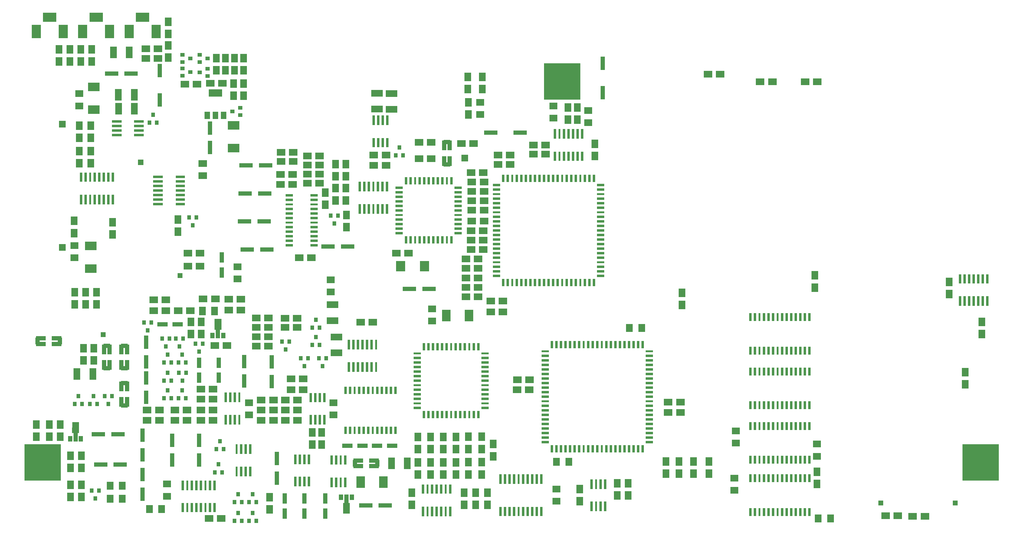
<source format=gbr>
%FSLAX34Y34*%
%MOMM*%
%LNSMDMASK_TOP*%
G71*
G01*
%ADD10R,0.634X2.667*%
%ADD11R,3.177X1.906*%
%ADD12R,3.177X1.904*%
%ADD13R,0.636X2.667*%
%ADD14R,0.636X2.668*%
%ADD15R,1.905X2.413*%
%ADD16R,1.906X2.413*%
%ADD17R,2.414X1.906*%
%ADD18R,2.414X1.906*%
%ADD19R,2.414X1.906*%
%ADD20R,1.905X2.414*%
%ADD21R,1.906X3.177*%
%ADD22R,1.906X2.415*%
%ADD23R,1.906X2.413*%
%ADD24R,1.906X2.413*%
%ADD25R,1.271X1.016*%
%ADD26R,1.269X1.017*%
%ADD27R,1.271X3.810*%
%ADD28R,1.269X1.017*%
%ADD29R,1.906X2.413*%
%ADD30R,1.906X2.413*%
%ADD31R,2.921X1.271*%
%ADD32R,2.922X1.271*%
%ADD33R,1.270X3.684*%
%ADD34R,1.271X3.684*%
%ADD35R,1.271X3.683*%
%ADD36R,1.270X3.683*%
%ADD37R,2.415X1.904*%
%ADD38R,2.413X1.904*%
%ADD39R,1.271X2.795*%
%ADD40R,1.271X2.795*%
%ADD41R,1.906X1.271*%
%ADD42R,1.271X2.794*%
%ADD43R,1.271X2.794*%
%ADD44R,1.017X1.269*%
%ADD45R,1.016X1.269*%
%ADD46R,1.016X1.271*%
%ADD47R,1.270X3.684*%
%ADD48R,1.269X3.683*%
%ADD49R,1.271X2.922*%
%ADD50R,0.635X2.668*%
%ADD51R,0.635X2.668*%
%ADD52R,0.634X2.668*%
%ADD53R,1.906X2.286*%
%ADD54R,1.905X2.286*%
%ADD55R,2.286X1.904*%
%ADD56R,2.286X1.905*%
%ADD57R,1.017X1.270*%
%ADD58R,1.905X2.415*%
%ADD59R,3.176X2.388*%
%ADD60R,1.905X2.413*%
%ADD61R,1.269X2.922*%
%ADD62R,2.795X1.271*%
%ADD63R,2.795X1.270*%
%ADD64R,2.388X3.175*%
%ADD65R,1.271X1.524*%
%ADD66R,1.271X1.524*%
%ADD67R,1.270X1.524*%
%ADD68R,1.269X1.524*%
%ADD69R,1.271X1.524*%
%ADD70R,1.271X1.524*%
%ADD71R,1.271X1.906*%
%ADD72R,0.634X2.668*%
%ADD73R,0.635X2.666*%
%ADD74R,0.634X2.666*%
%ADD75R,0.636X2.666*%
%ADD76R,3.683X1.270*%
%ADD77R,2.414X1.904*%
%ADD78R,2.415X1.905*%
%ADD79R,3.684X1.270*%
%ADD80R,2.413X1.905*%
%ADD81R,1.271X1.016*%
%ADD82R,3.684X1.271*%
%ADD83R,1.906X2.413*%
%ADD84R,1.906X2.413*%
%ADD85R,2.286X1.906*%
%ADD86R,3.683X1.271*%
%ADD87R,2.541X3.812*%
%ADD88R,0.634X2.668*%
%ADD89R,2.413X1.906*%
%ADD90R,1.906X2.414*%
%ADD91R,1.906X2.414*%
%ADD92R,1.904X2.413*%
%ADD93R,3.684X1.270*%
%ADD94R,1.906X2.414*%
%ADD95R,1.906X2.413*%
%ADD96R,2.388X3.175*%
%ADD97R,0.635X2.666*%
%ADD98R,1.016X1.271*%
%ADD99R,1.905X1.271*%
%ADD100R,2.540X3.812*%
%ADD101R,1.906X1.270*%
%ADD102R,1.271X3.684*%
%ADD103R,1.016X1.270*%
%ADD104R,1.016X1.269*%
%ADD105R,1.017X1.269*%
%ADD106R,1.015X1.270*%
%ADD107R,1.017X1.271*%
%ADD108R,2.413X1.906*%
%ADD109R,1.015X1.271*%
%ADD110R,1.269X2.921*%
%ADD111R,1.016X1.270*%
%ADD112R,2.415X1.906*%
%ADD113R,1.269X2.921*%
%ADD114R,1.017X1.271*%
%ADD115R,1.015X1.271*%
%ADD116R,1.016X1.270*%
%ADD117R,1.016X1.269*%
%ADD118R,1.017X1.270*%
%ADD119R,2.413X1.906*%
%ADD120R,0.635X2.668*%
%ADD121R,0.635X2.668*%
%ADD122R,0.636X2.668*%
%ADD123R,2.415X1.906*%
%ADD124R,1.271X3.683*%
%ADD125R,1.906X1.269*%
%ADD126R,1.017X1.271*%
%ADD127R,1.016X1.271*%
%ADD128R,1.269X1.524*%
%ADD129R,1.015X1.269*%
%ADD130R,1.269X2.922*%
%ADD131R,1.269X2.922*%
%ADD132R,1.271X2.921*%
%ADD133R,1.271X2.922*%
%ADD134R,3.175X2.388*%
%ADD135R,0.634X2.666*%
%ADD136R,2.666X0.636*%
%ADD137R,2.668X0.636*%
%ADD138R,2.413X1.906*%
%ADD139R,2.414X1.906*%
%ADD140R,2.414X1.905*%
%ADD141R,2.668X0.635*%
%ADD142R,2.666X0.635*%
%ADD143R,2.033X0.635*%
%ADD144R,2.033X0.636*%
%ADD145R,2.413X1.905*%
%ADD146R,2.414X1.905*%
%ADD147R,1.904X2.415*%
%ADD148R,1.905X1.271*%
%ADD149R,1.271X2.795*%
%ADD150R,1.905X1.270*%
%ADD151R,3.684X1.271*%
%ADD152R,0.636X2.668*%
%ADD153R,0.635X2.668*%
%ADD154R,0.634X2.668*%
%ADD155R,0.635X2.668*%
%ADD156R,0.635X2.032*%
%ADD157R,2.413X1.905*%
%ADD158R,2.413X1.906*%
%ADD159R,0.635X2.033*%
%ADD160R,0.635X2.033*%
%ADD161R,2.413X1.906*%
%ADD162R,2.033X0.636*%
%ADD163R,2.033X0.635*%
%ADD164R,2.286X1.905*%
%ADD165R,2.286X1.905*%
%ADD166R,2.033X0.635*%
%ADD167R,0.636X2.033*%
%ADD168R,2.033X0.634*%
%ADD169R,2.033X0.634*%
%ADD170R,2.416X1.906*%
%ADD171R,0.636X2.286*%
%ADD172R,0.635X2.286*%
%ADD173R,0.636X2.286*%
%ADD174R,0.635X2.286*%
%ADD175R,0.636X2.288*%
%ADD176R,0.635X2.287*%
%ADD177R,0.635X2.287*%
%ADD178R,0.634X2.287*%
%ADD179R,0.636X2.287*%
%ADD180R,0.635X2.288*%
%ADD181R,0.634X2.288*%
%ADD182R,0.635X2.288*%
%ADD183R,0.635X2.286*%
%ADD184R,0.634X2.286*%
%ADD185R,0.634X2.286*%
%ADD186R,0.635X2.033*%
%ADD187R,0.635X2.033*%
%ADD188R,0.636X2.033*%
%ADD189R,0.635X2.031*%
%ADD190R,0.634X2.031*%
%ADD191R,0.636X2.031*%
%ADD192R,1.906X2.413*%
%ADD193R,2.414X1.905*%
%ADD194R,0.634X2.033*%
%ADD195R,0.634X2.033*%
%ADD196R,2.033X0.635*%
%ADD197R,0.634X2.033*%
%ADD198R,0.635X2.031*%
%ADD199R,2.031X0.635*%
%ADD200R,2.031X0.634*%
%ADD201R,2.031X0.636*%
%ADD202R,2.031X0.635*%
%ADD203R,1.904X2.286*%
%ADD204R,1.905X2.415*%
%ADD205R,1.905X2.413*%
%ADD206R,1.905X2.414*%
%ADD207R,0.635X2.032*%
%ADD208R,2.031X0.635*%
%ADD209R,2.031X0.634*%
%ADD210R,2.415X1.905*%
%ADD211R,0.636X2.032*%
%ADD212R,0.634X2.032*%
%ADD213R,1.017X1.271*%
%ADD214R,2.414X1.906*%
%ADD215R,2.413X1.906*%
%ADD216R,2.286X1.906*%
%ADD217R,0.635X2.667*%
%ADD218R,1.017X1.271*%
%ADD219R,1.016X1.270*%
%ADD220R,1.017X1.270*%
%ADD221R,1.271X2.922*%
%ADD222R,2.413X1.906*%
%ADD223R,1.271X1.526*%
%ADD224R,1.269X1.526*%
%ADD225R,2.414X1.905*%
%ADD226R,1.372X1.371*%
%ADD227R,1.016X1.271*%
%ADD228R,0.634X2.031*%
%ADD229R,2.031X0.636*%
%ADD230R,2.414X1.904*%
%ADD231R,1.017X1.271*%
%ADD232R,2.413X1.905*%
%ADD233R,1.270X3.810*%
%ADD234R,1.270X3.811*%
%ADD235R,1.906X2.286*%
%ADD236R,0.638X2.666*%
%ADD237R,0.638X2.668*%
%ADD238R,0.635X2.286*%
%ADD239R,1.905X2.413*%
%ADD240R,1.906X2.414*%
%ADD241R,2.031X0.635*%
%ADD242R,2.286X1.906*%
%ADD243R,0.635X2.667*%
%ADD244R,1.904X2.414*%
%ADD245R,2.286X1.906*%
%ADD246R,10.162X10.162*%
%ADD247R,10.163X10.162*%
%ADD248R,2.795X1.270*%
%ADD249R,0.635X2.667*%
%ADD250R,3.176X1.906*%
%ADD251R,1.904X1.906*%
%ADD252R,1.905X2.414*%
%ADD253R,2.033X0.634*%
%ADD254R,2.668X0.635*%
%ADD255R,2.666X0.635*%
%ADD256R,1.525X1.524*%
%ADD257R,3.175X2.388*%
%ADD258R,1.269X1.016*%
%ADD259R,2.286X1.906*%
%ADD260R,3.810X2.540*%
%ADD261R,10.160X10.162*%
%ADD262R,2.413X1.904*%
%ADD263R,3.811X1.271*%
%ADD264R,1.904X2.413*%
%ADD265R,2.668X0.636*%
%ADD266R,2.668X0.635*%
%ADD267R,3.175X2.387*%
%ADD268R,1.905X3.175*%
%ADD269R,3.683X1.271*%
%ADD270R,3.810X2.033*%
%ADD271R,2.413X1.906*%
%ADD272R,1.905X2.413*%
%ADD273R,2.415X1.906*%
%ADD274R,1.906X2.413*%
%ADD275R,1.271X3.684*%
%ADD276R,2.591X2.922*%
%ADD277R,2.592X2.922*%
%ADD278R,3.176X1.906*%
%ADD279R,2.286X1.904*%
%ADD280R,3.175X1.904*%
%ADD281R,3.177X1.906*%
%ADD282R,3.175X1.906*%
%ADD283R,1.271X3.811*%
%ADD284R,0.635X2.668*%
%ADD285R,0.634X2.668*%
%ADD286R,1.904X2.287*%
%ADD287R,1.372X1.373*%
%ADD288R,1.371X1.373*%
%ADD289R,1.906X2.287*%
%ADD290R,3.684X1.270*%
%ADD291R,3.684X1.270*%
%ADD292R,1.906X2.286*%
%ADD293R,0.636X2.667*%
%ADD294R,0.635X2.667*%
%ADD295R,2.414X1.906*%
%ADD296R,1.017X1.270*%
%ADD297R,2.387X3.177*%
%ADD298R,2.388X3.177*%
%ADD299R,1.905X2.413*%
%ADD300R,1.905X2.413*%
%ADD301R,2.413X1.904*%
%ADD302R,3.684X1.271*%
%ADD303R,3.810X1.271*%
%ADD304R,0.635X2.032*%
%ADD305R,1.905X1.904*%
%ADD306R,3.812X2.540*%
%ADD307R,2.542X3.812*%
%ADD308R,1.524X2.033*%
%ADD309R,1.524X2.033*%
%ADD310R,1.271X1.017*%
%ADD311R,2.032X0.635*%
%ADD312R,2.032X0.636*%
%ADD313R,2.032X0.635*%
%ADD314R,2.032X0.634*%
%ADD315R,2.286X1.906*%
%ADD316R,0.634X2.032*%
%ADD317R,0.635X2.032*%
%ADD318R,0.634X2.032*%
%ADD319R,0.634X2.033*%
%ADD320R,0.636X2.032*%
%ADD321R,0.634X2.032*%
%ADD322R,1.905X2.286*%
%ADD323R,1.905X2.286*%
%ADD324R,1.271X1.015*%
%ADD325R,1.271X1.017*%
%ADD326R,1.271X1.017*%
%ADD327R,2.793X1.270*%
%ADD328R,2.793X1.271*%
%ADD329R,1.906X3.175*%
%ADD330R,1.905X3.175*%
%ADD331R,2.287X1.904*%
%ADD332R,2.287X1.906*%
%ADD333R,2.414X1.906*%
%ADD334R,1.906X2.414*%
%ADD335R,2.667X0.635*%
%ADD336R,2.667X0.636*%
%ADD337R,1.905X3.177*%
%ADD338R,1.904X3.177*%
%ADD339R,1.906X3.175*%
%ADD340R,0.636X2.668*%
%ADD341R,0.634X2.667*%
%ADD342R,1.269X1.524*%
%ADD343R,1.271X1.525*%
%ADD344R,1.269X1.525*%
%ADD345R,1.271X1.526*%
%ADD346R,1.371X1.373*%
%LPD*%
X702240Y-1174750D02*
G54D10*
D03*
X973471Y-1049941D02*
G54D11*
D03*
X973471Y-1005740D02*
G54D12*
D03*
X1033763Y-1027408D02*
G54D13*
D03*
X1033763Y-1089650D02*
G54D14*
D03*
X241672Y-914494D02*
G54D15*
D03*
X272155Y-914494D02*
G54D15*
D03*
X302643Y-914494D02*
G54D16*
D03*
X620440Y-296417D02*
G54D17*
D03*
X1238767Y-461546D02*
G54D18*
D03*
X1238767Y-507267D02*
G54D19*
D03*
X1201421Y-1356512D02*
G54D15*
D03*
X1201421Y-1319422D02*
G54D20*
D03*
X1201421Y-1285380D02*
G54D15*
D03*
X1201421Y-1390548D02*
G54D15*
D03*
X291922Y-1109005D02*
G54D21*
D03*
X247715Y-1109005D02*
G54D21*
D03*
X266057Y-1036932D02*
G54D16*
D03*
X266057Y-1070976D02*
G54D22*
D03*
X662864Y-226054D02*
G54D23*
D03*
X662864Y-260091D02*
G54D24*
D03*
X590841Y-266319D02*
G54D25*
D03*
X564679Y-265528D02*
G54D26*
D03*
X479453Y-261110D02*
G54D27*
D03*
X564679Y-227425D02*
G54D28*
D03*
X502817Y-124437D02*
G54D29*
D03*
X502817Y-158473D02*
G54D29*
D03*
X502817Y-190486D02*
G54D30*
D03*
X502817Y-224523D02*
G54D29*
D03*
X1004293Y-1310024D02*
G54D31*
D03*
X1046459Y-1310024D02*
G54D31*
D03*
X1087607Y-1310024D02*
G54D31*
D03*
X1129777Y-1310024D02*
G54D32*
D03*
X715195Y-1074276D02*
G54D33*
D03*
X792419Y-1075298D02*
G54D34*
D03*
X792419Y-1130169D02*
G54D35*
D03*
X715195Y-1129151D02*
G54D36*
D03*
X880571Y-1123052D02*
G54D37*
D03*
X846527Y-1123052D02*
G54D38*
D03*
X372119Y-1083807D02*
G54D39*
D03*
X387622Y-1083807D02*
G54D40*
D03*
X379869Y-1093326D02*
G54D41*
D03*
X387622Y-1040370D02*
G54D42*
D03*
X372119Y-1040370D02*
G54D43*
D03*
X589599Y-1046716D02*
G54D44*
D03*
X511581Y-1128006D02*
G54D45*
D03*
X511581Y-1176782D02*
G54D46*
D03*
X806647Y-1345584D02*
G54D47*
D03*
X589192Y-1294776D02*
G54D48*
D03*
X589192Y-1349651D02*
G54D48*
D03*
X883880Y-1457613D02*
G54D49*
D03*
X883880Y-1499795D02*
G54D49*
D03*
X732220Y-1319548D02*
G54D14*
D03*
X719514Y-1319548D02*
G54D50*
D03*
X706808Y-1319548D02*
G54D51*
D03*
X694109Y-1319548D02*
G54D52*
D03*
X450233Y-1486832D02*
G54D53*
D03*
X484276Y-1486832D02*
G54D54*
D03*
X499771Y-1451012D02*
G54D55*
D03*
X499771Y-1416975D02*
G54D56*
D03*
X298984Y-1457240D02*
G54D57*
D03*
X430669Y-1335429D02*
G54D35*
D03*
X286382Y-449095D02*
G54D22*
D03*
X253868Y-449095D02*
G54D58*
D03*
X294513Y-306833D02*
G54D59*
D03*
X932648Y-1306725D02*
G54D60*
D03*
X932648Y-1272680D02*
G54D58*
D03*
X942812Y-1499795D02*
G54D61*
D03*
X942812Y-1457613D02*
G54D61*
D03*
X1034897Y-1351049D02*
G54D62*
D03*
X1034897Y-1366552D02*
G54D63*
D03*
X1041120Y-1411643D02*
G54D64*
D03*
X997967Y-1492298D02*
G54D65*
D03*
X997967Y-1477414D02*
G54D65*
D03*
X1001772Y-1453905D02*
G54D66*
D03*
X1001799Y-1469105D02*
G54D67*
D03*
X1005278Y-1492298D02*
G54D68*
D03*
X1005380Y-1477180D02*
G54D69*
D03*
X1016764Y-1453905D02*
G54D70*
D03*
X1025376Y-1358800D02*
G54D71*
D03*
X960339Y-1412276D02*
G54D14*
D03*
X973047Y-1412276D02*
G54D14*
D03*
X985743Y-1412276D02*
G54D72*
D03*
X998443Y-1412276D02*
G54D51*
D03*
X998443Y-1350037D02*
G54D73*
D03*
X985743Y-1350037D02*
G54D74*
D03*
X973047Y-1350037D02*
G54D75*
D03*
X960339Y-1350037D02*
G54D75*
D03*
X1055603Y-1476671D02*
G54D76*
D03*
X830274Y-1181990D02*
G54D77*
D03*
X672517Y-899754D02*
G54D78*
D03*
X672517Y-930238D02*
G54D37*
D03*
X720534Y-526320D02*
G54D79*
D03*
X549314Y-298958D02*
G54D80*
D03*
X542581Y-275689D02*
G54D25*
D03*
X583350Y-298958D02*
G54D80*
D03*
X612944Y-276475D02*
G54D81*
D03*
X779211Y-761303D02*
G54D82*
D03*
X530254Y-677222D02*
G54D83*
D03*
X530254Y-711260D02*
G54D84*
D03*
X696901Y-843360D02*
G54D85*
D03*
X949922Y-753173D02*
G54D86*
D03*
X263776Y-152130D02*
G54D87*
D03*
X294513Y-370348D02*
G54D59*
D03*
X702240Y-1236989D02*
G54D88*
D03*
X1078218Y-525563D02*
G54D38*
D03*
X1078218Y-497106D02*
G54D80*
D03*
X1357392Y-464591D02*
G54D89*
D03*
X685726Y-297180D02*
G54D90*
D03*
X713672Y-297180D02*
G54D91*
D03*
X1341140Y-278887D02*
G54D92*
D03*
X1381786Y-278887D02*
G54D83*
D03*
X1110479Y-1476671D02*
G54D93*
D03*
X1184657Y-1475403D02*
G54D94*
D03*
X1184657Y-1441359D02*
G54D95*
D03*
X1104634Y-1411643D02*
G54D96*
D03*
X1323356Y-464591D02*
G54D89*
D03*
X1116320Y-462180D02*
G54D73*
D03*
X1103616Y-462180D02*
G54D97*
D03*
X1090909Y-462180D02*
G54D73*
D03*
X1078217Y-462180D02*
G54D73*
D03*
X1149724Y-475898D02*
G54D98*
D03*
X170545Y-1250320D02*
G54D83*
D03*
X133958Y-1250320D02*
G54D83*
D03*
X323348Y-1083807D02*
G54D39*
D03*
X338838Y-1083807D02*
G54D40*
D03*
X331093Y-1093326D02*
G54D99*
D03*
X294513Y-1070976D02*
G54D22*
D03*
X528995Y-970627D02*
G54D31*
D03*
X524563Y-1010384D02*
G54D46*
D03*
X133710Y-152130D02*
G54D100*
D03*
X379869Y-1030835D02*
G54D101*
D03*
X440841Y-1075298D02*
G54D102*
D03*
X501425Y-1055102D02*
G54D103*
D03*
X511581Y-1077197D02*
G54D104*
D03*
X491262Y-1077197D02*
G54D105*
D03*
X532694Y-1105910D02*
G54D106*
D03*
X531909Y-1176782D02*
G54D46*
D03*
X542855Y-1128006D02*
G54D44*
D03*
X542073Y-1154679D02*
G54D107*
D03*
X830274Y-1210440D02*
G54D18*
D03*
X201027Y-1250320D02*
G54D16*
D03*
X594526Y-1179958D02*
G54D108*
D03*
X552234Y-1176782D02*
G54D109*
D03*
X594526Y-1151501D02*
G54D89*
D03*
X589192Y-1119745D02*
G54D110*
D03*
X553019Y-1105910D02*
G54D111*
D03*
X628572Y-1151501D02*
G54D112*
D03*
X644065Y-1119745D02*
G54D113*
D03*
X643679Y-1361976D02*
G54D46*
D03*
X653843Y-1384080D02*
G54D114*
D03*
X633524Y-1384080D02*
G54D115*
D03*
X637591Y-1319045D02*
G54D116*
D03*
X647747Y-1296940D02*
G54D117*
D03*
X657911Y-1319045D02*
G54D118*
D03*
X513999Y-1349651D02*
G54D35*
D03*
X650924Y-1513251D02*
G54D112*
D03*
X430669Y-1280555D02*
G54D35*
D03*
X513999Y-1294776D02*
G54D35*
D03*
X444140Y-1238896D02*
G54D108*
D03*
X478179Y-1238896D02*
G54D108*
D03*
X521367Y-1238896D02*
G54D108*
D03*
X555404Y-1238896D02*
G54D119*
D03*
X689542Y-1236989D02*
G54D120*
D03*
X676836Y-1236989D02*
G54D121*
D03*
X664130Y-1236989D02*
G54D122*
D03*
X594526Y-1238896D02*
G54D108*
D03*
X628572Y-1238896D02*
G54D123*
D03*
X307714Y-1277504D02*
G54D93*
D03*
X362589Y-1277504D02*
G54D93*
D03*
X313821Y-1362859D02*
G54D93*
D03*
X368692Y-1362859D02*
G54D93*
D03*
X372119Y-1187449D02*
G54D39*
D03*
X387622Y-1187449D02*
G54D40*
D03*
X440841Y-1174873D02*
G54D124*
D03*
X372119Y-1144012D02*
G54D43*
D03*
X387622Y-1144012D02*
G54D42*
D03*
X379869Y-1134482D02*
G54D125*
D03*
X440841Y-1120002D02*
G54D102*
D03*
X486811Y-970627D02*
G54D32*
D03*
X485950Y-1010384D02*
G54D109*
D03*
X496113Y-1032487D02*
G54D126*
D03*
X506276Y-1010384D02*
G54D127*
D03*
X633139Y-1029566D02*
G54D80*
D03*
X667183Y-1029566D02*
G54D78*
D03*
X627019Y-1001524D02*
G54D68*
D03*
X642008Y-1001524D02*
G54D67*
D03*
X657000Y-1001524D02*
G54D65*
D03*
X638396Y-978248D02*
G54D69*
D03*
X641978Y-986338D02*
G54D65*
D03*
X645816Y-978029D02*
G54D128*
D03*
X552234Y-1077197D02*
G54D129*
D03*
X531909Y-1077197D02*
G54D104*
D03*
X644065Y-1077577D02*
G54D130*
D03*
X589192Y-1077577D02*
G54D131*
D03*
X542073Y-1055102D02*
G54D57*
D03*
X652700Y-825575D02*
G54D132*
D03*
X557945Y-771468D02*
G54D123*
D03*
X652700Y-783407D02*
G54D133*
D03*
X591990Y-771468D02*
G54D119*
D03*
X347347Y-685353D02*
G54D16*
D03*
X286127Y-750893D02*
G54D134*
D03*
X258946Y-559345D02*
G54D73*
D03*
X271652Y-559345D02*
G54D73*
D03*
X284350Y-559345D02*
G54D135*
D03*
X297049Y-559345D02*
G54D75*
D03*
X309755Y-559345D02*
G54D73*
D03*
X322460Y-559345D02*
G54D73*
D03*
X335153Y-559345D02*
G54D73*
D03*
X347858Y-559345D02*
G54D73*
D03*
X284350Y-621584D02*
G54D52*
D03*
X347858Y-621584D02*
G54D51*
D03*
X335153Y-621584D02*
G54D51*
D03*
X322460Y-621584D02*
G54D51*
D03*
X309755Y-621584D02*
G54D51*
D03*
X297049Y-621584D02*
G54D14*
D03*
X253868Y-486186D02*
G54D15*
D03*
X253868Y-520222D02*
G54D15*
D03*
X536483Y-621591D02*
G54D136*
D03*
X474244Y-621591D02*
G54D137*
D03*
X286382Y-486186D02*
G54D16*
D03*
X286382Y-520222D02*
G54D16*
D03*
X852631Y-514890D02*
G54D138*
D03*
X851358Y-551725D02*
G54D123*
D03*
X892259Y-550456D02*
G54D139*
D03*
X892259Y-525054D02*
G54D140*
D03*
X926301Y-525054D02*
G54D80*
D03*
X926301Y-550456D02*
G54D89*
D03*
X474244Y-608886D02*
G54D141*
D03*
X536483Y-608886D02*
G54D142*
D03*
X817315Y-579672D02*
G54D108*
D03*
X910801Y-622859D02*
G54D143*
D03*
X841705Y-622859D02*
G54D143*
D03*
X1421666Y-695261D02*
G54D144*
D03*
X926301Y-575860D02*
G54D145*
D03*
X892259Y-575860D02*
G54D146*
D03*
X851358Y-579672D02*
G54D123*
D03*
X1112254Y-525563D02*
G54D38*
D03*
X999718Y-556809D02*
G54D92*
D03*
X999718Y-522765D02*
G54D147*
D03*
X1274965Y-513752D02*
G54D40*
D03*
X1290457Y-513752D02*
G54D40*
D03*
X1282711Y-523276D02*
G54D148*
D03*
X1274965Y-470304D02*
G54D149*
D03*
X1290457Y-470304D02*
G54D149*
D03*
X1282711Y-460780D02*
G54D150*
D03*
X772858Y-605075D02*
G54D82*
D03*
X717985Y-605075D02*
G54D151*
D03*
X942812Y-602023D02*
G54D16*
D03*
X841705Y-610154D02*
G54D144*
D03*
X910801Y-610154D02*
G54D144*
D03*
X1038833Y-585384D02*
G54D152*
D03*
X1051539Y-585384D02*
G54D153*
D03*
X1064243Y-585384D02*
G54D152*
D03*
X1076943Y-585384D02*
G54D154*
D03*
X1089641Y-585384D02*
G54D155*
D03*
X1102347Y-585384D02*
G54D153*
D03*
X1115052Y-585384D02*
G54D153*
D03*
X1168397Y-569509D02*
G54D156*
D03*
X1425731Y-497106D02*
G54D157*
D03*
X1384583Y-545882D02*
G54D158*
D03*
X1440214Y-562390D02*
G54D159*
D03*
X1452920Y-562390D02*
G54D160*
D03*
X1425731Y-523531D02*
G54D161*
D03*
X1314469Y-613971D02*
G54D162*
D03*
X1421666Y-619041D02*
G54D143*
D03*
X1314469Y-626661D02*
G54D163*
D03*
X1580954Y-360185D02*
G54D164*
D03*
X1585018Y-438043D02*
G54D51*
D03*
X1585018Y-500282D02*
G54D73*
D03*
X1580954Y-394222D02*
G54D165*
D03*
X1597717Y-500282D02*
G54D135*
D03*
X1610416Y-500282D02*
G54D73*
D03*
X1623121Y-500282D02*
G54D73*
D03*
X1623121Y-438043D02*
G54D51*
D03*
X1610416Y-438043D02*
G54D51*
D03*
X1597717Y-438043D02*
G54D52*
D03*
X1352571Y-598722D02*
G54D38*
D03*
X1314469Y-601264D02*
G54D162*
D03*
X1314469Y-588560D02*
G54D166*
D03*
X1478317Y-562390D02*
G54D167*
D03*
X1491023Y-562390D02*
G54D160*
D03*
X1421666Y-657151D02*
G54D168*
D03*
X1421666Y-669851D02*
G54D144*
D03*
X1314469Y-677471D02*
G54D162*
D03*
X1314469Y-664771D02*
G54D169*
D03*
X1579933Y-562390D02*
G54D160*
D03*
X2586176Y-1507161D02*
G54D170*
D03*
X2620224Y-1507161D02*
G54D108*
D03*
X2296831Y-1400969D02*
G54D171*
D03*
X2284124Y-1400969D02*
G54D171*
D03*
X2271420Y-1400969D02*
G54D172*
D03*
X2296831Y-1494965D02*
G54D173*
D03*
X2284124Y-1494965D02*
G54D173*
D03*
X2271420Y-1494965D02*
G54D174*
D03*
X2258714Y-1348637D02*
G54D175*
D03*
X2258714Y-1254648D02*
G54D173*
D03*
X2258714Y-1494965D02*
G54D173*
D03*
X2258714Y-1400969D02*
G54D171*
D03*
X2182509Y-1196221D02*
G54D176*
D03*
X2169802Y-1196221D02*
G54D177*
D03*
X2157104Y-1196221D02*
G54D178*
D03*
X2144406Y-1196221D02*
G54D179*
D03*
X2131700Y-1196221D02*
G54D177*
D03*
X2131700Y-1348637D02*
G54D180*
D03*
X2144406Y-1348637D02*
G54D175*
D03*
X2157104Y-1348637D02*
G54D181*
D03*
X2169802Y-1348637D02*
G54D180*
D03*
X2182509Y-1348637D02*
G54D182*
D03*
X2233318Y-949797D02*
G54D177*
D03*
X2246021Y-949797D02*
G54D176*
D03*
X2271420Y-1043793D02*
G54D174*
D03*
X2271420Y-1102225D02*
G54D174*
D03*
X2271420Y-1348637D02*
G54D180*
D03*
X2246021Y-1494965D02*
G54D183*
D03*
X2233318Y-1494965D02*
G54D174*
D03*
X2246021Y-1196221D02*
G54D176*
D03*
X2233318Y-1196221D02*
G54D177*
D03*
X2233318Y-1348637D02*
G54D180*
D03*
X2246021Y-1348637D02*
G54D182*
D03*
X2233318Y-1254648D02*
G54D174*
D03*
X2246021Y-1254648D02*
G54D183*
D03*
X2207914Y-1102225D02*
G54D184*
D03*
X2207914Y-1196221D02*
G54D178*
D03*
X2195214Y-1196221D02*
G54D179*
D03*
X2195214Y-1102225D02*
G54D173*
D03*
X2220610Y-1196221D02*
G54D177*
D03*
X2220610Y-1102225D02*
G54D174*
D03*
X2195214Y-1043793D02*
G54D173*
D03*
X2207914Y-1043793D02*
G54D184*
D03*
X2220610Y-1043793D02*
G54D174*
D03*
X2131700Y-1043793D02*
G54D174*
D03*
X2131700Y-949797D02*
G54D177*
D03*
X2131700Y-1102225D02*
G54D174*
D03*
X2220610Y-1494965D02*
G54D174*
D03*
X2207914Y-1494965D02*
G54D184*
D03*
X2195214Y-1494965D02*
G54D173*
D03*
X2220610Y-1400969D02*
G54D172*
D03*
X2207914Y-1400969D02*
G54D185*
D03*
X2195214Y-1400969D02*
G54D171*
D03*
X2271420Y-1254648D02*
G54D174*
D03*
X2284124Y-1254648D02*
G54D173*
D03*
X2296831Y-1254648D02*
G54D173*
D03*
X1830667Y-1318410D02*
G54D186*
D03*
X1817963Y-1318410D02*
G54D187*
D03*
X1805270Y-1318410D02*
G54D188*
D03*
X1643448Y-853523D02*
G54D189*
D03*
X1696792Y-499904D02*
G54D94*
D03*
X1694255Y-562390D02*
G54D167*
D03*
X1656145Y-853523D02*
G54D190*
D03*
X1668845Y-853523D02*
G54D191*
D03*
X1973183Y-1353977D02*
G54D16*
D03*
X1973183Y-1388015D02*
G54D192*
D03*
X1902049Y-1216538D02*
G54D80*
D03*
X1902049Y-1188088D02*
G54D89*
D03*
X1936096Y-1188088D02*
G54D18*
D03*
X1936096Y-1216538D02*
G54D193*
D03*
X1716353Y-1318410D02*
G54D194*
D03*
X1690949Y-1318410D02*
G54D186*
D03*
X1665544Y-1027285D02*
G54D195*
D03*
X1558092Y-1172849D02*
G54D196*
D03*
X1592639Y-562390D02*
G54D159*
D03*
X1605337Y-562390D02*
G54D197*
D03*
X1618037Y-562390D02*
G54D167*
D03*
X1592639Y-853523D02*
G54D198*
D03*
X1605337Y-853523D02*
G54D190*
D03*
X1618037Y-853523D02*
G54D191*
D03*
X1754463Y-1318410D02*
G54D187*
D03*
X1741756Y-1318410D02*
G54D186*
D03*
X1741756Y-1027285D02*
G54D186*
D03*
X1817963Y-1027285D02*
G54D187*
D03*
X2013065Y-271521D02*
G54D80*
D03*
X2047109Y-271521D02*
G54D78*
D03*
X1767153Y-1318410D02*
G54D188*
D03*
X1767153Y-1027285D02*
G54D188*
D03*
X1712797Y-619041D02*
G54D199*
D03*
X1712797Y-606344D02*
G54D200*
D03*
X1712797Y-593644D02*
G54D201*
D03*
X1712797Y-580940D02*
G54D202*
D03*
X1712797Y-657151D02*
G54D200*
D03*
X1712797Y-644454D02*
G54D199*
D03*
X1712797Y-631748D02*
G54D202*
D03*
X1694255Y-853523D02*
G54D191*
D03*
X1690949Y-1027285D02*
G54D186*
D03*
X1716353Y-1027285D02*
G54D194*
D03*
X1589588Y-1354734D02*
G54D203*
D03*
X1589332Y-1318410D02*
G54D188*
D03*
X1635828Y-438043D02*
G54D51*
D03*
X1635828Y-500282D02*
G54D73*
D03*
X1558092Y-1160141D02*
G54D196*
D03*
X1558092Y-1147439D02*
G54D196*
D03*
X1558092Y-1134745D02*
G54D144*
D03*
X1546653Y-1493310D02*
G54D75*
D03*
X1546653Y-1403124D02*
G54D14*
D03*
X1516420Y-853523D02*
G54D189*
D03*
X1529124Y-853523D02*
G54D198*
D03*
X1508550Y-1403124D02*
G54D50*
D03*
X1508550Y-1493310D02*
G54D97*
D03*
X1513884Y-1125084D02*
G54D108*
D03*
X1513374Y-1153541D02*
G54D89*
D03*
X1379753Y-1390048D02*
G54D204*
D03*
X1521257Y-1493310D02*
G54D73*
D03*
X1521257Y-1403124D02*
G54D51*
D03*
X1479846Y-1125084D02*
G54D108*
D03*
X1479338Y-1153541D02*
G54D89*
D03*
X1236987Y-1285380D02*
G54D205*
D03*
X1236987Y-1319422D02*
G54D206*
D03*
X1236987Y-1356512D02*
G54D205*
D03*
X1218185Y-1033128D02*
G54D167*
D03*
X1139004Y-1154726D02*
G54D207*
D03*
X1199644Y-1153281D02*
G54D208*
D03*
X1389156Y-1153281D02*
G54D196*
D03*
X1199644Y-1140579D02*
G54D209*
D03*
X1389156Y-1140579D02*
G54D168*
D03*
X1439457Y-905598D02*
G54D145*
D03*
X1405414Y-905598D02*
G54D210*
D03*
X999283Y-1154726D02*
G54D211*
D03*
X1011989Y-1154726D02*
G54D207*
D03*
X1024687Y-1154726D02*
G54D212*
D03*
X1046453Y-1089650D02*
G54D14*
D03*
X1059159Y-1089650D02*
G54D51*
D03*
X1071866Y-1089650D02*
G54D50*
D03*
X1084563Y-1089650D02*
G54D52*
D03*
X905853Y-1028423D02*
G54D46*
D03*
X926171Y-1028423D02*
G54D213*
D03*
X748984Y-1031598D02*
G54D214*
D03*
X783027Y-1031598D02*
G54D215*
D03*
X864320Y-1210440D02*
G54D89*
D03*
X729422Y-1223395D02*
G54D216*
D03*
X896825Y-1410244D02*
G54D217*
D03*
X786328Y-1487592D02*
G54D205*
D03*
X739199Y-1498139D02*
G54D218*
D03*
X698554Y-1498139D02*
G54D98*
D03*
X543470Y-1482769D02*
G54D75*
D03*
X556170Y-1482769D02*
G54D135*
D03*
X568866Y-1482769D02*
G54D73*
D03*
X581573Y-1482769D02*
G54D73*
D03*
X594277Y-1482769D02*
G54D97*
D03*
X729038Y-1467397D02*
G54D111*
D03*
X708717Y-1467397D02*
G54D57*
D03*
X698554Y-1445301D02*
G54D219*
D03*
X688398Y-1467397D02*
G54D111*
D03*
X739199Y-1445301D02*
G54D220*
D03*
X786328Y-1453556D02*
G54D205*
D03*
X749361Y-1467397D02*
G54D111*
D03*
X729038Y-1520237D02*
G54D104*
D03*
X708717Y-1520237D02*
G54D105*
D03*
X688398Y-1520237D02*
G54D104*
D03*
X749361Y-1520237D02*
G54D104*
D03*
X829005Y-1499795D02*
G54D221*
D03*
X829005Y-1457613D02*
G54D221*
D03*
X806647Y-1400458D02*
G54D47*
D03*
X694109Y-1381794D02*
G54D88*
D03*
X706808Y-1381794D02*
G54D121*
D03*
X719514Y-1381794D02*
G54D120*
D03*
X732220Y-1381794D02*
G54D122*
D03*
X521367Y-1210440D02*
G54D89*
D03*
X797249Y-1210440D02*
G54D89*
D03*
X763213Y-1210440D02*
G54D89*
D03*
X628572Y-1210440D02*
G54D112*
D03*
X594526Y-1210440D02*
G54D89*
D03*
X555404Y-1210440D02*
G54D222*
D03*
X595291Y-963772D02*
G54D15*
D03*
X566840Y-963772D02*
G54D83*
D03*
X638505Y-963137D02*
G54D223*
D03*
X645816Y-963137D02*
G54D224*
D03*
X748984Y-952341D02*
G54D225*
D03*
X783027Y-952341D02*
G54D145*
D03*
X830017Y-953106D02*
G54D108*
D03*
X864058Y-953106D02*
G54D108*
D03*
X536351Y-834471D02*
G54D226*
D03*
X874124Y-1065257D02*
G54D114*
D03*
X894440Y-1065257D02*
G54D227*
D03*
X924924Y-1065257D02*
G54D98*
D03*
X945251Y-1065257D02*
G54D227*
D03*
X880571Y-1153541D02*
G54D112*
D03*
X864320Y-1181990D02*
G54D38*
D03*
X846527Y-1153541D02*
G54D89*
D03*
X901401Y-1175259D02*
G54D75*
D03*
X914108Y-1175259D02*
G54D73*
D03*
X926811Y-1175259D02*
G54D75*
D03*
X939505Y-1175259D02*
G54D73*
D03*
X965163Y-1189356D02*
G54D85*
D03*
X1050092Y-1267017D02*
G54D189*
D03*
X1037387Y-1267017D02*
G54D189*
D03*
X1024687Y-1267017D02*
G54D228*
D03*
X1011989Y-1267017D02*
G54D189*
D03*
X999283Y-1267017D02*
G54D191*
D03*
X1199644Y-1204087D02*
G54D229*
D03*
X1389156Y-1204087D02*
G54D144*
D03*
X1199644Y-1051669D02*
G54D209*
D03*
X1389156Y-1051669D02*
G54D168*
D03*
X1357905Y-1033128D02*
G54D159*
D03*
X1345205Y-1033128D02*
G54D197*
D03*
X1370609Y-1033128D02*
G54D160*
D03*
X1281699Y-1033128D02*
G54D160*
D03*
X1405414Y-936080D02*
G54D37*
D03*
X1439457Y-936080D02*
G54D38*
D03*
X1336310Y-787726D02*
G54D108*
D03*
X1370354Y-787726D02*
G54D123*
D03*
X1336310Y-840561D02*
G54D108*
D03*
X1421666Y-809569D02*
G54D144*
D03*
X1421666Y-796872D02*
G54D168*
D03*
X1421666Y-784173D02*
G54D196*
D03*
X1350538Y-734887D02*
G54D230*
D03*
X1554537Y-853523D02*
G54D191*
D03*
X1567227Y-853523D02*
G54D191*
D03*
X1579933Y-853523D02*
G54D189*
D03*
X1478317Y-853523D02*
G54D191*
D03*
X1491023Y-853523D02*
G54D189*
D03*
X1465619Y-853523D02*
G54D190*
D03*
X1370354Y-840561D02*
G54D123*
D03*
X1112254Y-497106D02*
G54D80*
D03*
X1139562Y-498003D02*
G54D107*
D03*
X1159886Y-498003D02*
G54D231*
D03*
X1204721Y-507267D02*
G54D108*
D03*
X1516420Y-562390D02*
G54D160*
D03*
X1529124Y-562390D02*
G54D159*
D03*
X1524813Y-494570D02*
G54D232*
D03*
X1719150Y-240536D02*
G54D233*
D03*
X1719150Y-322336D02*
G54D234*
D03*
X1696792Y-465859D02*
G54D83*
D03*
X1678504Y-406418D02*
G54D56*
D03*
X1678504Y-372373D02*
G54D85*
D03*
X1827622Y-980790D02*
G54D235*
D03*
X1830667Y-1027285D02*
G54D186*
D03*
X1805270Y-1027285D02*
G54D188*
D03*
X1793577Y-980790D02*
G54D203*
D03*
X1792564Y-1027285D02*
G54D186*
D03*
X2731730Y-843360D02*
G54D97*
D03*
X2744430Y-843360D02*
G54D97*
D03*
X2757130Y-843360D02*
G54D97*
D03*
X2719030Y-843360D02*
G54D97*
D03*
X2719030Y-905599D02*
G54D50*
D03*
X2731730Y-905599D02*
G54D50*
D03*
X2744430Y-905599D02*
G54D50*
D03*
X2757130Y-905599D02*
G54D50*
D03*
X2769843Y-843360D02*
G54D236*
D03*
X2769843Y-905599D02*
G54D237*
D03*
X2131700Y-1254648D02*
G54D174*
D03*
X2182509Y-1494965D02*
G54D183*
D03*
X2182509Y-1400969D02*
G54D238*
D03*
X2169802Y-1400969D02*
G54D172*
D03*
X2169802Y-1494965D02*
G54D174*
D03*
X2157104Y-1494965D02*
G54D184*
D03*
X2157104Y-1400969D02*
G54D185*
D03*
X1779860Y-1318410D02*
G54D188*
D03*
X1779860Y-1027285D02*
G54D188*
D03*
X2193438Y-291847D02*
G54D38*
D03*
X2159391Y-291847D02*
G54D230*
D03*
X1661225Y-500282D02*
G54D75*
D03*
X1656145Y-562390D02*
G54D197*
D03*
X1668845Y-562390D02*
G54D167*
D03*
X1661225Y-438043D02*
G54D14*
D03*
X1678243Y-1318410D02*
G54D188*
D03*
X1379753Y-1284876D02*
G54D206*
D03*
X1379753Y-1318919D02*
G54D239*
D03*
X1379753Y-1356002D02*
G54D205*
D03*
X1272549Y-1390548D02*
G54D83*
D03*
X1343172Y-1390048D02*
G54D22*
D03*
X1412268Y-1339238D02*
G54D22*
D03*
X1412268Y-1305194D02*
G54D16*
D03*
X1343172Y-1356002D02*
G54D16*
D03*
X1343172Y-1318919D02*
G54D192*
D03*
X1343172Y-1284876D02*
G54D240*
D03*
X1253751Y-1431327D02*
G54D73*
D03*
X1266458Y-1431327D02*
G54D97*
D03*
X1279155Y-1431327D02*
G54D135*
D03*
X1291855Y-1431327D02*
G54D75*
D03*
X1389156Y-1064369D02*
G54D144*
D03*
X1389156Y-1077073D02*
G54D196*
D03*
X1389156Y-1089781D02*
G54D196*
D03*
X1389156Y-1102472D02*
G54D143*
D03*
X1389156Y-1115177D02*
G54D144*
D03*
X1389156Y-1127883D02*
G54D196*
D03*
X1199644Y-1165984D02*
G54D241*
D03*
X1389156Y-1165984D02*
G54D143*
D03*
X1270011Y-734631D02*
G54D188*
D03*
X696901Y-809323D02*
G54D242*
D03*
X869395Y-784172D02*
G54D112*
D03*
X1115052Y-647623D02*
G54D243*
D03*
X1149345Y-652075D02*
G54D208*
D03*
X1352571Y-651563D02*
G54D89*
D03*
X1386610Y-651563D02*
G54D89*
D03*
X1314469Y-652075D02*
G54D166*
D03*
X1149345Y-715575D02*
G54D208*
D03*
X1193801Y-734631D02*
G54D194*
D03*
X1181101Y-734631D02*
G54D188*
D03*
X1168397Y-734631D02*
G54D186*
D03*
X1630741Y-562390D02*
G54D160*
D03*
X2544511Y-1505629D02*
G54D17*
D03*
X2312573Y-833705D02*
G54D244*
D03*
X2312573Y-867750D02*
G54D92*
D03*
X1589083Y-1431201D02*
G54D242*
D03*
X1589083Y-1465240D02*
G54D245*
D03*
X1215649Y-1431327D02*
G54D73*
D03*
X1228348Y-1431327D02*
G54D135*
D03*
X1241048Y-1431327D02*
G54D97*
D03*
X1236987Y-1390548D02*
G54D205*
D03*
X170545Y-1284365D02*
G54D240*
D03*
X133958Y-1284365D02*
G54D240*
D03*
X1533949Y-1493310D02*
G54D73*
D03*
X1533949Y-1403124D02*
G54D51*
D03*
X2144406Y-1494965D02*
G54D173*
D03*
X2131700Y-1494965D02*
G54D174*
D03*
X2144406Y-1400969D02*
G54D171*
D03*
X2131700Y-1400969D02*
G54D172*
D03*
X1602037Y-1318410D02*
G54D187*
D03*
X1614743Y-1318410D02*
G54D188*
D03*
X151232Y-1356257D02*
G54D246*
D03*
X259966Y-1371752D02*
G54D16*
D03*
X229477Y-1371752D02*
G54D15*
D03*
X1665544Y-1318410D02*
G54D195*
D03*
X2776193Y-1356257D02*
G54D247*
D03*
X1630741Y-853523D02*
G54D189*
D03*
X1627436Y-1027285D02*
G54D186*
D03*
X1389156Y-1178691D02*
G54D196*
D03*
X1389156Y-1191390D02*
G54D168*
D03*
X146794Y-1025121D02*
G54D248*
D03*
X146794Y-1009626D02*
G54D63*
D03*
X137258Y-1017378D02*
G54D71*
D03*
X1008351Y-1089650D02*
G54D50*
D03*
X1021057Y-1089650D02*
G54D51*
D03*
X1021057Y-1027408D02*
G54D243*
D03*
X1008351Y-1027408D02*
G54D249*
D03*
X190230Y-1025121D02*
G54D248*
D03*
X190230Y-1009626D02*
G54D63*
D03*
X1370354Y-893403D02*
G54D210*
D03*
X1336310Y-893403D02*
G54D145*
D03*
X962959Y-915706D02*
G54D250*
D03*
X1232419Y-871051D02*
G54D93*
D03*
X1370354Y-866985D02*
G54D37*
D03*
X1336310Y-866985D02*
G54D38*
D03*
X957542Y-845901D02*
G54D164*
D03*
X903441Y-784172D02*
G54D89*
D03*
X240398Y-784421D02*
G54D245*
D03*
X239640Y-681288D02*
G54D192*
D03*
X239640Y-715325D02*
G54D16*
D03*
X240398Y-750382D02*
G54D242*
D03*
X206615Y-755715D02*
G54D251*
D03*
X841705Y-749871D02*
G54D144*
D03*
X841705Y-737168D02*
G54D196*
D03*
X841705Y-711769D02*
G54D143*
D03*
X841705Y-724475D02*
G54D196*
D03*
X724337Y-761303D02*
G54D82*
D03*
X272155Y-880448D02*
G54D252*
D03*
X1001750Y-699065D02*
G54D192*
D03*
X581979Y-671504D02*
G54D105*
D03*
X571815Y-693600D02*
G54D46*
D03*
X561659Y-671504D02*
G54D117*
D03*
X536483Y-634284D02*
G54D136*
D03*
X474244Y-634284D02*
G54D137*
D03*
X841705Y-635558D02*
G54D253*
D03*
X910801Y-635558D02*
G54D253*
D03*
X1149345Y-588560D02*
G54D208*
D03*
X1149345Y-601264D02*
G54D229*
D03*
X474244Y-596180D02*
G54D254*
D03*
X474244Y-583474D02*
G54D137*
D03*
X536483Y-583474D02*
G54D136*
D03*
X536483Y-596180D02*
G54D255*
D03*
X474244Y-558077D02*
G54D254*
D03*
X1681550Y-562390D02*
G54D159*
D03*
X599357Y-520734D02*
G54D19*
D03*
X426358Y-517431D02*
G54D256*
D03*
X971268Y-522765D02*
G54D22*
D03*
X971268Y-556809D02*
G54D16*
D03*
X619681Y-476277D02*
G54D34*
D03*
X685732Y-478055D02*
G54D257*
D03*
X1204721Y-461546D02*
G54D89*
D03*
X1558850Y-494570D02*
G54D145*
D03*
X1558850Y-469166D02*
G54D89*
D03*
X407761Y-328607D02*
G54D21*
D03*
X408368Y-367370D02*
G54D21*
D03*
X1116320Y-399941D02*
G54D51*
D03*
X1103616Y-399941D02*
G54D50*
D03*
X1090909Y-399941D02*
G54D51*
D03*
X1078217Y-399941D02*
G54D51*
D03*
X1343172Y-384060D02*
G54D192*
D03*
X1375696Y-384058D02*
G54D242*
D03*
X470945Y-406541D02*
G54D103*
D03*
X450619Y-406541D02*
G54D111*
D03*
X460782Y-384446D02*
G54D105*
D03*
X704398Y-365385D02*
G54D258*
D03*
X253861Y-359674D02*
G54D56*
D03*
X253861Y-325629D02*
G54D259*
D03*
X171303Y-112240D02*
G54D260*
D03*
X1621599Y-398287D02*
G54D147*
D03*
X1621599Y-364241D02*
G54D92*
D03*
X688266Y-260091D02*
G54D205*
D03*
X713672Y-260091D02*
G54D29*
D03*
X1605592Y-291089D02*
G54D261*
D03*
X2319430Y-291847D02*
G54D262*
D03*
X1503727Y-562390D02*
G54D167*
D03*
X1503727Y-853523D02*
G54D191*
D03*
X1487715Y-434102D02*
G54D263*
D03*
X637458Y-260091D02*
G54D92*
D03*
X654483Y-296417D02*
G54D108*
D03*
X637458Y-226054D02*
G54D264*
D03*
X421150Y-440972D02*
G54D265*
D03*
X421150Y-428266D02*
G54D266*
D03*
X421150Y-415562D02*
G54D265*
D03*
X421150Y-402855D02*
G54D266*
D03*
X431434Y-112240D02*
G54D260*
D03*
X261613Y-1193043D02*
G54D107*
D03*
X251450Y-1170939D02*
G54D98*
D03*
X241293Y-1193043D02*
G54D46*
D03*
X345722Y-1170939D02*
G54D227*
D03*
X335565Y-1193043D02*
G54D127*
D03*
X325403Y-1170939D02*
G54D114*
D03*
X304290Y-1193043D02*
G54D107*
D03*
X294128Y-1170939D02*
G54D98*
D03*
X283972Y-1193043D02*
G54D46*
D03*
X271652Y-621584D02*
G54D51*
D03*
X258946Y-621584D02*
G54D51*
D03*
X199752Y-1017378D02*
G54D71*
D03*
X241672Y-880448D02*
G54D252*
D03*
X430669Y-1390303D02*
G54D34*
D03*
X286127Y-814399D02*
G54D267*
D03*
X393588Y-210045D02*
G54D268*
D03*
X393842Y-152130D02*
G54D100*
D03*
X399176Y-269495D02*
G54D269*
D03*
X474114Y-226811D02*
G54D119*
D03*
X474114Y-200395D02*
G54D119*
D03*
X440076Y-200395D02*
G54D108*
D03*
X440076Y-226811D02*
G54D108*
D03*
X634916Y-323342D02*
G54D270*
D03*
X713672Y-331224D02*
G54D29*
D03*
X685726Y-331224D02*
G54D16*
D03*
X841705Y-648258D02*
G54D196*
D03*
X564802Y-932021D02*
G54D271*
D03*
X598847Y-932779D02*
G54D272*
D03*
X600625Y-899500D02*
G54D273*
D03*
X632889Y-932779D02*
G54D274*
D03*
X634668Y-899500D02*
G54D215*
D03*
X688266Y-226054D02*
G54D239*
D03*
X474244Y-570784D02*
G54D137*
D03*
X536483Y-570784D02*
G54D136*
D03*
X818588Y-489486D02*
G54D140*
D03*
X619681Y-421404D02*
G54D275*
D03*
X685732Y-414541D02*
G54D134*
D03*
X910801Y-749871D02*
G54D144*
D03*
X910801Y-737168D02*
G54D196*
D03*
X910801Y-724475D02*
G54D196*
D03*
X910801Y-711769D02*
G54D143*
D03*
X1152901Y-808046D02*
G54D276*
D03*
X1370354Y-814144D02*
G54D112*
D03*
X1336310Y-814144D02*
G54D89*
D03*
X1220472Y-808046D02*
G54D277*
D03*
X1421666Y-822275D02*
G54D196*
D03*
X962959Y-959913D02*
G54D278*
D03*
X916010Y-957551D02*
G54D227*
D03*
X1041632Y-964537D02*
G54D80*
D03*
X1075668Y-964537D02*
G54D80*
D03*
X957542Y-879939D02*
G54D279*
D03*
X1177546Y-871051D02*
G54D79*
D03*
X1350538Y-708462D02*
G54D139*
D03*
X1384583Y-708462D02*
G54D158*
D03*
X1421666Y-707954D02*
G54D143*
D03*
X1086925Y-324314D02*
G54D12*
D03*
X1127929Y-324921D02*
G54D280*
D03*
X1253751Y-1493566D02*
G54D51*
D03*
X1266458Y-1493566D02*
G54D50*
D03*
X1279155Y-1493566D02*
G54D52*
D03*
X1291855Y-1493566D02*
G54D14*
D03*
X1330978Y-1475403D02*
G54D240*
D03*
X1330978Y-1441359D02*
G54D274*
D03*
X1363500Y-1475403D02*
G54D240*
D03*
X1363500Y-1441359D02*
G54D274*
D03*
X1086925Y-368513D02*
G54D281*
D03*
X1127929Y-369120D02*
G54D282*
D03*
X479453Y-342910D02*
G54D283*
D03*
X1343172Y-350021D02*
G54D192*
D03*
X1375696Y-350021D02*
G54D85*
D03*
X1554537Y-562390D02*
G54D167*
D03*
X1567227Y-562390D02*
G54D167*
D03*
X1643448Y-562390D02*
G54D160*
D03*
X1654114Y-1465240D02*
G54D16*
D03*
X1654114Y-1431204D02*
G54D16*
D03*
X1652846Y-1318410D02*
G54D186*
D03*
X1652846Y-1027285D02*
G54D186*
D03*
X1687901Y-1479337D02*
G54D217*
D03*
X1700602Y-1479337D02*
G54D10*
D03*
X1687901Y-1417098D02*
G54D284*
D03*
X1700602Y-1417098D02*
G54D285*
D03*
X1703653Y-1318410D02*
G54D188*
D03*
X1932538Y-1353977D02*
G54D205*
D03*
X1932538Y-1388015D02*
G54D239*
D03*
X2144406Y-1254648D02*
G54D173*
D03*
X2157104Y-1254648D02*
G54D184*
D03*
X2169802Y-1254648D02*
G54D174*
D03*
X2182509Y-1254648D02*
G54D183*
D03*
X2318674Y-1416464D02*
G54D22*
D03*
X2321971Y-1513251D02*
G54D286*
D03*
X2318674Y-1382419D02*
G54D192*
D03*
X2318672Y-1305195D02*
G54D259*
D03*
X2318672Y-1339239D02*
G54D165*
D03*
X2705314Y-1470071D02*
G54D287*
D03*
X229477Y-1453045D02*
G54D15*
D03*
X229477Y-1419009D02*
G54D15*
D03*
X2510468Y-1505629D02*
G54D108*
D03*
X2497005Y-1470071D02*
G54D288*
D03*
X2356016Y-1513251D02*
G54D289*
D03*
X462428Y-901532D02*
G54D80*
D03*
X496472Y-901532D02*
G54D193*
D03*
X716717Y-682556D02*
G54D290*
D03*
X771590Y-682556D02*
G54D291*
D03*
X536483Y-558077D02*
G54D255*
D03*
X599357Y-554777D02*
G54D193*
D03*
X706560Y-899754D02*
G54D80*
D03*
X706560Y-930238D02*
G54D38*
D03*
X253868Y-415051D02*
G54D15*
D03*
X206615Y-410737D02*
G54D251*
D03*
X286382Y-415051D02*
G54D16*
D03*
X2015863Y-1353977D02*
G54D16*
D03*
X2015863Y-1388015D02*
G54D192*
D03*
X1495846Y-1493310D02*
G54D73*
D03*
X1495846Y-1403124D02*
G54D51*
D03*
X1396013Y-1441359D02*
G54D272*
D03*
X1432346Y-1403124D02*
G54D51*
D03*
X1445039Y-1403124D02*
G54D51*
D03*
X1457743Y-1403124D02*
G54D14*
D03*
X1396013Y-1475403D02*
G54D20*
D03*
X1432346Y-1493310D02*
G54D73*
D03*
X1445039Y-1493310D02*
G54D73*
D03*
X1457743Y-1493310D02*
G54D75*
D03*
X430669Y-1445175D02*
G54D35*
D03*
X374535Y-1421804D02*
G54D292*
D03*
X374535Y-1458379D02*
G54D53*
D03*
X259966Y-1337716D02*
G54D16*
D03*
X229477Y-1337716D02*
G54D15*
D03*
X884134Y-1348003D02*
G54D50*
D03*
X871429Y-1348003D02*
G54D14*
D03*
X858724Y-1348003D02*
G54D50*
D03*
X1139004Y-1267017D02*
G54D189*
D03*
X1126297Y-1267017D02*
G54D189*
D03*
X1113606Y-1267017D02*
G54D198*
D03*
X1100901Y-1267017D02*
G54D191*
D03*
X1272549Y-1356512D02*
G54D83*
D03*
X1272549Y-1319422D02*
G54D94*
D03*
X1272549Y-1285380D02*
G54D83*
D03*
X1470449Y-1493310D02*
G54D73*
D03*
X1470449Y-1403124D02*
G54D51*
D03*
X1483145Y-1403124D02*
G54D52*
D03*
X1483145Y-1493310D02*
G54D135*
D03*
X1623631Y-1354734D02*
G54D53*
D03*
X1627436Y-1318410D02*
G54D186*
D03*
X2271420Y-1196221D02*
G54D177*
D03*
X2296831Y-1196221D02*
G54D179*
D03*
X2284124Y-1196221D02*
G54D179*
D03*
X1759795Y-1414940D02*
G54D16*
D03*
X1759795Y-1448981D02*
G54D16*
D03*
X1754463Y-1027285D02*
G54D187*
D03*
X1602037Y-1027285D02*
G54D187*
D03*
X1589332Y-1027285D02*
G54D188*
D03*
X1614743Y-1027285D02*
G54D188*
D03*
X884286Y-1087363D02*
G54D115*
D03*
X935087Y-1087363D02*
G54D114*
D03*
X664130Y-1174750D02*
G54D293*
D03*
X676836Y-1174750D02*
G54D217*
D03*
X689542Y-1174750D02*
G54D294*
D03*
X628572Y-1179958D02*
G54D123*
D03*
X440841Y-1020423D02*
G54D124*
D03*
X435142Y-965680D02*
G54D46*
D03*
X445306Y-987778D02*
G54D44*
D03*
X455469Y-965680D02*
G54D127*
D03*
X462428Y-932021D02*
G54D138*
D03*
X496472Y-932021D02*
G54D295*
D03*
X530765Y-932021D02*
G54D138*
D03*
X557945Y-808046D02*
G54D37*
D03*
X821282Y-1018513D02*
G54D98*
D03*
X841602Y-1018513D02*
G54D114*
D03*
X748984Y-1005182D02*
G54D214*
D03*
X783027Y-1005182D02*
G54D215*
D03*
X748984Y-978764D02*
G54D18*
D03*
X783027Y-978764D02*
G54D89*
D03*
X830017Y-978503D02*
G54D138*
D03*
X916010Y-1006325D02*
G54D116*
D03*
X864058Y-978503D02*
G54D138*
D03*
X905853Y-979654D02*
G54D111*
D03*
X926171Y-979654D02*
G54D296*
D03*
X1241557Y-927191D02*
G54D164*
D03*
X1280933Y-946244D02*
G54D297*
D03*
X1344441Y-946244D02*
G54D298*
D03*
X1541831Y-853523D02*
G54D189*
D03*
X2688550Y-852000D02*
G54D299*
D03*
X2688550Y-886037D02*
G54D300*
D03*
X591990Y-808046D02*
G54D301*
D03*
X302643Y-880448D02*
G54D90*
D03*
X347347Y-719389D02*
G54D16*
D03*
X1004796Y-753173D02*
G54D302*
D03*
X1421666Y-746069D02*
G54D144*
D03*
X1421666Y-758761D02*
G54D144*
D03*
X1384583Y-734887D02*
G54D262*
D03*
X1421666Y-720658D02*
G54D196*
D03*
X1421666Y-733365D02*
G54D196*
D03*
X1459776Y-523531D02*
G54D17*
D03*
X1459776Y-497106D02*
G54D140*
D03*
X1465619Y-562390D02*
G54D197*
D03*
X1678243Y-1027285D02*
G54D188*
D03*
X1681550Y-853523D02*
G54D198*
D03*
X1640139Y-1027285D02*
G54D186*
D03*
X1640139Y-1318410D02*
G54D186*
D03*
X1405915Y-434102D02*
G54D303*
D03*
X1295409Y-569509D02*
G54D304*
D03*
X1386610Y-572306D02*
G54D38*
D03*
X1352571Y-572306D02*
G54D38*
D03*
X1350538Y-545882D02*
G54D139*
D03*
X1333011Y-505235D02*
G54D305*
D03*
X1541831Y-562390D02*
G54D160*
D03*
X288416Y-235707D02*
G54D58*
D03*
X288416Y-201661D02*
G54D15*
D03*
X301369Y-112240D02*
G54D306*
D03*
X338968Y-152130D02*
G54D100*
D03*
X196962Y-235707D02*
G54D22*
D03*
X227444Y-235707D02*
G54D22*
D03*
X257927Y-235707D02*
G54D22*
D03*
X196962Y-201661D02*
G54D83*
D03*
X227444Y-201661D02*
G54D16*
D03*
X257927Y-201661D02*
G54D16*
D03*
X208903Y-152130D02*
G54D87*
D03*
X469035Y-152130D02*
G54D307*
D03*
X611801Y-386345D02*
G54D308*
D03*
X634924Y-386345D02*
G54D309*
D03*
X658031Y-386345D02*
G54D308*
D03*
X682300Y-375549D02*
G54D310*
D03*
X704398Y-385713D02*
G54D258*
D03*
X1576627Y-1318410D02*
G54D187*
D03*
X1849216Y-1236349D02*
G54D311*
D03*
X1849216Y-1249053D02*
G54D312*
D03*
X1849216Y-1261759D02*
G54D311*
D03*
X1849216Y-1274465D02*
G54D313*
D03*
X1849216Y-1299863D02*
G54D312*
D03*
X1849216Y-1287156D02*
G54D311*
D03*
X1849216Y-1223656D02*
G54D311*
D03*
X1849216Y-1210950D02*
G54D313*
D03*
X1849216Y-1198245D02*
G54D312*
D03*
X1849216Y-1185545D02*
G54D314*
D03*
X1849216Y-1172849D02*
G54D311*
D03*
X1849216Y-1160141D02*
G54D311*
D03*
X1849216Y-1147439D02*
G54D311*
D03*
X1849216Y-1134745D02*
G54D312*
D03*
X1849216Y-1122040D02*
G54D313*
D03*
X1849216Y-1109335D02*
G54D312*
D03*
X1849216Y-1096627D02*
G54D312*
D03*
X1849216Y-1083939D02*
G54D311*
D03*
X1849216Y-1045827D02*
G54D314*
D03*
X1849216Y-1058525D02*
G54D313*
D03*
X1849216Y-1071231D02*
G54D311*
D03*
X1558092Y-1109335D02*
G54D144*
D03*
X1558092Y-1122040D02*
G54D143*
D03*
X1558092Y-1249053D02*
G54D144*
D03*
X1558092Y-1261759D02*
G54D196*
D03*
X1558092Y-1274465D02*
G54D143*
D03*
X1558092Y-1287156D02*
G54D196*
D03*
X1558092Y-1299863D02*
G54D144*
D03*
X1558092Y-1223656D02*
G54D196*
D03*
X1558092Y-1236349D02*
G54D196*
D03*
X1558092Y-1185545D02*
G54D168*
D03*
X1558092Y-1198245D02*
G54D144*
D03*
X1558092Y-1210950D02*
G54D143*
D03*
X1199644Y-1102472D02*
G54D241*
D03*
X1199644Y-1115177D02*
G54D229*
D03*
X1199644Y-1127883D02*
G54D208*
D03*
X1199644Y-1064369D02*
G54D229*
D03*
X1199644Y-1077073D02*
G54D208*
D03*
X1199644Y-1089781D02*
G54D208*
D03*
X1199644Y-1191390D02*
G54D209*
D03*
X1199644Y-1178691D02*
G54D208*
D03*
X1703653Y-1027285D02*
G54D188*
D03*
X1712797Y-796872D02*
G54D200*
D03*
X1712797Y-834979D02*
G54D201*
D03*
X1712797Y-822275D02*
G54D202*
D03*
X1712797Y-809569D02*
G54D201*
D03*
X1421666Y-834979D02*
G54D144*
D03*
X1440214Y-853523D02*
G54D198*
D03*
X1452920Y-853523D02*
G54D189*
D03*
X968112Y-688529D02*
G54D98*
D03*
X910801Y-686364D02*
G54D168*
D03*
X841705Y-686364D02*
G54D168*
D03*
X1314469Y-690176D02*
G54D163*
D03*
X1149345Y-690176D02*
G54D241*
D03*
X910801Y-673668D02*
G54D196*
D03*
X910801Y-660961D02*
G54D144*
D03*
X841705Y-673668D02*
G54D196*
D03*
X841705Y-660961D02*
G54D144*
D03*
X1001750Y-665028D02*
G54D16*
D03*
X978274Y-666426D02*
G54D57*
D03*
X957956Y-666426D02*
G54D111*
D03*
X841705Y-699065D02*
G54D196*
D03*
X910801Y-699065D02*
G54D196*
D03*
X1314469Y-702881D02*
G54D162*
D03*
X1149345Y-702881D02*
G54D229*
D03*
X1149345Y-677471D02*
G54D229*
D03*
X1149345Y-664771D02*
G54D209*
D03*
X1149345Y-613971D02*
G54D229*
D03*
X1149345Y-626661D02*
G54D241*
D03*
X1149345Y-639368D02*
G54D208*
D03*
X1314469Y-639368D02*
G54D166*
D03*
X1421666Y-644454D02*
G54D143*
D03*
X1712797Y-695261D02*
G54D201*
D03*
X1712797Y-707954D02*
G54D199*
D03*
X1712797Y-669851D02*
G54D201*
D03*
X1712797Y-682555D02*
G54D202*
D03*
X1712797Y-771467D02*
G54D199*
D03*
X1712797Y-758761D02*
G54D201*
D03*
X1712797Y-784173D02*
G54D202*
D03*
X1712797Y-746069D02*
G54D201*
D03*
X1712797Y-720658D02*
G54D202*
D03*
X1712797Y-733365D02*
G54D202*
D03*
X1386610Y-598722D02*
G54D38*
D03*
X1421666Y-580940D02*
G54D196*
D03*
X1421666Y-606344D02*
G54D168*
D03*
X1421666Y-593644D02*
G54D144*
D03*
X1062797Y-1267017D02*
G54D189*
D03*
X1075497Y-1267017D02*
G54D228*
D03*
X1088194Y-1267017D02*
G54D189*
D03*
X965163Y-1223395D02*
G54D315*
D03*
X1218185Y-1222635D02*
G54D211*
D03*
X1319803Y-1222635D02*
G54D211*
D03*
X1307095Y-1222635D02*
G54D211*
D03*
X1294398Y-1222635D02*
G54D316*
D03*
X1281699Y-1222635D02*
G54D207*
D03*
X1268991Y-1222635D02*
G54D207*
D03*
X1256289Y-1222635D02*
G54D207*
D03*
X1243595Y-1222635D02*
G54D211*
D03*
X1230890Y-1222635D02*
G54D317*
D03*
X1332507Y-1222635D02*
G54D207*
D03*
X1345205Y-1222635D02*
G54D318*
D03*
X1357905Y-1222635D02*
G54D317*
D03*
X1370609Y-1222635D02*
G54D207*
D03*
X1037387Y-1154726D02*
G54D207*
D03*
X1050092Y-1154726D02*
G54D207*
D03*
X1062797Y-1154726D02*
G54D207*
D03*
X1075497Y-1154726D02*
G54D212*
D03*
X1088194Y-1154726D02*
G54D207*
D03*
X1100901Y-1154726D02*
G54D211*
D03*
X1126297Y-1154726D02*
G54D207*
D03*
X1113606Y-1154726D02*
G54D317*
D03*
X1230890Y-1033128D02*
G54D159*
D03*
X1243595Y-1033128D02*
G54D167*
D03*
X1256289Y-1033128D02*
G54D160*
D03*
X1268991Y-1033128D02*
G54D160*
D03*
X1294398Y-1033128D02*
G54D319*
D03*
X1307095Y-1033128D02*
G54D167*
D03*
X1319803Y-1033128D02*
G54D167*
D03*
X1332507Y-1033128D02*
G54D160*
D03*
X1558092Y-1083939D02*
G54D196*
D03*
X1558092Y-1096627D02*
G54D144*
D03*
X1558092Y-1071231D02*
G54D196*
D03*
X1558092Y-1058525D02*
G54D143*
D03*
X1558092Y-1045827D02*
G54D168*
D03*
X1576627Y-1027285D02*
G54D187*
D03*
X1729050Y-1318410D02*
G54D187*
D03*
X1729050Y-1027285D02*
G54D187*
D03*
X1206499Y-734631D02*
G54D187*
D03*
X1219205Y-734631D02*
G54D186*
D03*
X1231909Y-734631D02*
G54D187*
D03*
X1257307Y-734631D02*
G54D186*
D03*
X1244601Y-734631D02*
G54D188*
D03*
X1282711Y-734631D02*
G54D194*
D03*
X1295409Y-734631D02*
G54D187*
D03*
X1314469Y-715575D02*
G54D166*
D03*
X1181101Y-569509D02*
G54D320*
D03*
X1193801Y-569509D02*
G54D321*
D03*
X1206499Y-569509D02*
G54D304*
D03*
X1219205Y-569509D02*
G54D156*
D03*
X1231909Y-569509D02*
G54D304*
D03*
X1282711Y-569509D02*
G54D321*
D03*
X1270011Y-569509D02*
G54D320*
D03*
X1257307Y-569509D02*
G54D156*
D03*
X1244601Y-569509D02*
G54D320*
D03*
X259966Y-1419009D02*
G54D16*
D03*
X259966Y-1453045D02*
G54D16*
D03*
X288822Y-1435137D02*
G54D98*
D03*
X340491Y-1458379D02*
G54D322*
D03*
X340491Y-1421804D02*
G54D323*
D03*
X309148Y-1435137D02*
G54D227*
D03*
X501425Y-1154679D02*
G54D127*
D03*
X491262Y-1176782D02*
G54D107*
D03*
X491262Y-1128006D02*
G54D44*
D03*
X501425Y-1105910D02*
G54D103*
D03*
X831438Y-1040619D02*
G54D227*
D03*
X534727Y-1032487D02*
G54D107*
D03*
X544888Y-1010384D02*
G54D109*
D03*
X566840Y-997808D02*
G54D83*
D03*
X595291Y-997808D02*
G54D15*
D03*
X579437Y-1024618D02*
G54D109*
D03*
X599762Y-1024618D02*
G54D46*
D03*
X542581Y-217262D02*
G54D25*
D03*
X542581Y-255365D02*
G54D81*
D03*
X542581Y-237588D02*
G54D324*
D03*
X612944Y-256156D02*
G54D325*
D03*
X612944Y-227425D02*
G54D326*
D03*
X590841Y-237588D02*
G54D324*
D03*
X590841Y-217262D02*
G54D25*
D03*
X1078342Y-1366552D02*
G54D327*
D03*
X1078342Y-1351049D02*
G54D328*
D03*
X1127703Y-1358971D02*
G54D329*
D03*
X1171904Y-1358971D02*
G54D330*
D03*
X1087870Y-1358800D02*
G54D71*
D03*
X2086997Y-1400712D02*
G54D55*
D03*
X2086997Y-1434757D02*
G54D242*
D03*
X2091055Y-1268614D02*
G54D331*
D03*
X2091055Y-1302658D02*
G54D332*
D03*
X1241557Y-961236D02*
G54D259*
D03*
X616884Y-1513251D02*
G54D139*
D03*
X606977Y-1482769D02*
G54D135*
D03*
X619676Y-1482769D02*
G54D73*
D03*
X632380Y-1482769D02*
G54D75*
D03*
X606977Y-1420531D02*
G54D52*
D03*
X619676Y-1420531D02*
G54D51*
D03*
X632380Y-1420531D02*
G54D14*
D03*
X763213Y-1238896D02*
G54D108*
D03*
X797249Y-1238896D02*
G54D108*
D03*
X830274Y-1238896D02*
G54D19*
D03*
X864320Y-1238896D02*
G54D108*
D03*
X939505Y-1237498D02*
G54D51*
D03*
X926811Y-1237498D02*
G54D14*
D03*
X914108Y-1237498D02*
G54D51*
D03*
X901401Y-1237498D02*
G54D14*
D03*
X379869Y-1196976D02*
G54D125*
D03*
X444140Y-1210440D02*
G54D89*
D03*
X478179Y-1210440D02*
G54D89*
D03*
X729422Y-1189356D02*
G54D259*
D03*
X763213Y-1181990D02*
G54D38*
D03*
X797249Y-1181990D02*
G54D38*
D03*
X1421666Y-682555D02*
G54D196*
D03*
X1386610Y-682045D02*
G54D108*
D03*
X1352571Y-682045D02*
G54D108*
D03*
X1141214Y-771468D02*
G54D17*
D03*
X1175259Y-771468D02*
G54D161*
D03*
X1421666Y-771467D02*
G54D143*
D03*
X1384583Y-761303D02*
G54D262*
D03*
X1350538Y-761303D02*
G54D230*
D03*
X817315Y-551725D02*
G54D108*
D03*
X775406Y-526320D02*
G54D76*
D03*
X818588Y-514890D02*
G54D333*
D03*
X926301Y-499647D02*
G54D108*
D03*
X892259Y-499647D02*
G54D17*
D03*
X852631Y-489486D02*
G54D80*
D03*
X1524813Y-469166D02*
G54D222*
D03*
X2285391Y-291847D02*
G54D38*
D03*
X1895959Y-1353977D02*
G54D83*
D03*
X1895959Y-1388015D02*
G54D84*
D03*
X1790277Y-1414940D02*
G54D83*
D03*
X1790277Y-1448981D02*
G54D83*
D03*
X1792564Y-1318410D02*
G54D186*
D03*
X1308115Y-1285380D02*
G54D24*
D03*
X1308115Y-1390548D02*
G54D24*
D03*
X1308115Y-1356512D02*
G54D24*
D03*
X1308115Y-1319422D02*
G54D334*
D03*
X2733254Y-1138039D02*
G54D299*
D03*
X2733254Y-1104003D02*
G54D299*
D03*
X1940663Y-882482D02*
G54D83*
D03*
X1940663Y-916518D02*
G54D83*
D03*
X999718Y-623872D02*
G54D147*
D03*
X942812Y-636067D02*
G54D22*
D03*
X971268Y-623872D02*
G54D22*
D03*
X1421666Y-631748D02*
G54D196*
D03*
X1386610Y-625147D02*
G54D89*
D03*
X1352571Y-625147D02*
G54D89*
D03*
X971268Y-589829D02*
G54D16*
D03*
X999718Y-589829D02*
G54D92*
D03*
X1341140Y-312932D02*
G54D244*
D03*
X1381786Y-312932D02*
G54D94*
D03*
X713672Y-226054D02*
G54D30*
D03*
X358908Y-402855D02*
G54D335*
D03*
X358908Y-415562D02*
G54D336*
D03*
X364166Y-367370D02*
G54D337*
D03*
X358908Y-440972D02*
G54D336*
D03*
X358908Y-428266D02*
G54D335*
D03*
X363560Y-328607D02*
G54D338*
D03*
X349387Y-210045D02*
G54D339*
D03*
X344302Y-269495D02*
G54D269*
D03*
X1713301Y-1479337D02*
G54D217*
D03*
X1713301Y-1417098D02*
G54D284*
D03*
X1726005Y-1417098D02*
G54D340*
D03*
X1726005Y-1479337D02*
G54D293*
D03*
X1241048Y-1493566D02*
G54D50*
D03*
X1228348Y-1493566D02*
G54D52*
D03*
X1215649Y-1493566D02*
G54D51*
D03*
X884134Y-1410244D02*
G54D294*
D03*
X871429Y-1410244D02*
G54D293*
D03*
X858724Y-1410244D02*
G54D294*
D03*
X543470Y-1420531D02*
G54D14*
D03*
X556170Y-1420531D02*
G54D52*
D03*
X594277Y-1420531D02*
G54D50*
D03*
X581573Y-1420531D02*
G54D51*
D03*
X568866Y-1420531D02*
G54D51*
D03*
X896825Y-1348003D02*
G54D51*
D03*
X906232Y-1306725D02*
G54D60*
D03*
X906232Y-1272680D02*
G54D58*
D03*
X1046453Y-1027408D02*
G54D13*
D03*
X1059159Y-1027408D02*
G54D243*
D03*
X1071866Y-1027408D02*
G54D249*
D03*
X1084563Y-1027408D02*
G54D341*
D03*
X2779990Y-963772D02*
G54D299*
D03*
X2779990Y-997808D02*
G54D299*
D03*
X2782556Y-905599D02*
G54D50*
D03*
X2795230Y-905599D02*
G54D50*
D03*
X2782556Y-843360D02*
G54D97*
D03*
X2795230Y-843360D02*
G54D97*
D03*
X910801Y-648258D02*
G54D196*
D03*
X1102347Y-647623D02*
G54D243*
D03*
X1089641Y-647623D02*
G54D249*
D03*
X1076943Y-647623D02*
G54D341*
D03*
X1038833Y-647623D02*
G54D13*
D03*
X1051539Y-647623D02*
G54D243*
D03*
X1064243Y-647623D02*
G54D13*
D03*
X1648015Y-364241D02*
G54D92*
D03*
X1648015Y-398287D02*
G54D147*
D03*
X1648518Y-500282D02*
G54D73*
D03*
X1648518Y-438043D02*
G54D51*
D03*
X986785Y-1453905D02*
G54D342*
D03*
X258664Y-1290112D02*
G54D343*
D03*
X201027Y-1284365D02*
G54D240*
D03*
X228691Y-1290112D02*
G54D343*
D03*
X243677Y-1290112D02*
G54D344*
D03*
X240074Y-1266838D02*
G54D69*
D03*
X243657Y-1274912D02*
G54D69*
D03*
X247488Y-1266610D02*
G54D345*
D03*
X240170Y-1251721D02*
G54D70*
D03*
X247488Y-1251721D02*
G54D66*
D03*
X2233318Y-1400969D02*
G54D172*
D03*
X2246021Y-1400969D02*
G54D238*
D03*
X2284124Y-1348637D02*
G54D175*
D03*
X2296831Y-1348637D02*
G54D175*
D03*
X2195214Y-1254648D02*
G54D173*
D03*
X2195214Y-1348637D02*
G54D175*
D03*
X2207914Y-1348637D02*
G54D181*
D03*
X2207914Y-1254648D02*
G54D184*
D03*
X2220610Y-1348637D02*
G54D180*
D03*
X2220610Y-1254648D02*
G54D174*
D03*
X2258714Y-1043793D02*
G54D173*
D03*
X2258714Y-1102225D02*
G54D173*
D03*
X2258714Y-1196221D02*
G54D179*
D03*
X2258714Y-949797D02*
G54D179*
D03*
X2271420Y-949797D02*
G54D177*
D03*
X2284124Y-949797D02*
G54D179*
D03*
X2296831Y-949797D02*
G54D179*
D03*
X2284124Y-1102225D02*
G54D173*
D03*
X2284124Y-1043793D02*
G54D173*
D03*
X2296831Y-1102225D02*
G54D173*
D03*
X2296831Y-1043793D02*
G54D173*
D03*
X2233318Y-1102225D02*
G54D174*
D03*
X2246021Y-1102225D02*
G54D183*
D03*
X2233318Y-1043793D02*
G54D174*
D03*
X2246021Y-1043793D02*
G54D183*
D03*
X2220610Y-949797D02*
G54D177*
D03*
X2207914Y-949797D02*
G54D178*
D03*
X2195214Y-949797D02*
G54D179*
D03*
X2169802Y-949797D02*
G54D177*
D03*
X2169802Y-1102225D02*
G54D174*
D03*
X2169802Y-1043793D02*
G54D174*
D03*
X2182509Y-1102225D02*
G54D183*
D03*
X2182509Y-949797D02*
G54D176*
D03*
X2182509Y-1043793D02*
G54D183*
D03*
X2144406Y-949797D02*
G54D179*
D03*
X2144406Y-1043793D02*
G54D173*
D03*
X2144406Y-1102225D02*
G54D173*
D03*
X2157104Y-1102225D02*
G54D184*
D03*
X2157104Y-949797D02*
G54D178*
D03*
X2157104Y-1043793D02*
G54D184*
D03*
X294513Y-1036932D02*
G54D16*
D03*
X320930Y-999084D02*
G54D346*
D03*
X338838Y-1040370D02*
G54D42*
D03*
X331093Y-1030835D02*
G54D150*
D03*
X323348Y-1040370D02*
G54D43*
D03*
M02*

</source>
